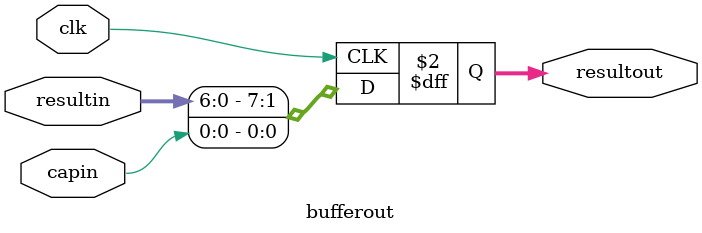
<source format=v>
module bufferout(
  input         clk,
  input [127:0]  resultin,
  input          capin,
  output reg [7:0] resultout
  );

  always @(posedge clk)
  begin
    resultout <= {resultin[6:0],capin};
  end
endmodule
</source>
